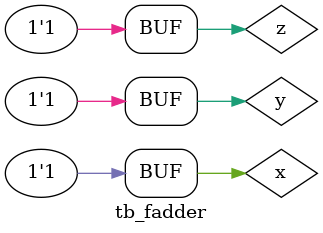
<source format=v>
`timescale  1ns/100ps

module tb_fadder();

wire S,C;
reg x,y,z;

FADDER dut(S,C,x,y,z);

initial
begin
#0 x=1'b0;y=1'b0;z=1'b0;
#4 x=1'b1;y=1'b0;z=1'b0;
#4 x=1'b0;y=1'b1;z=1'b0;
#4 x=1'b1;y=1'b1;z=1'b0;
#4 x=1'b0;y=1'b0;z=1'b1;
#4 x=1'b1;y=1'b0;z=1'b1;
#4 x=1'b0;y=1'b1;z=1'b1;
#4 x=1'b1;y=1'b1;z=1'b1;
end

initial begin
$monitor($time," x=%b,y=%b,z=%b,s=%b,c=%b",x,y,z,S,C);
end

endmodule
</source>
